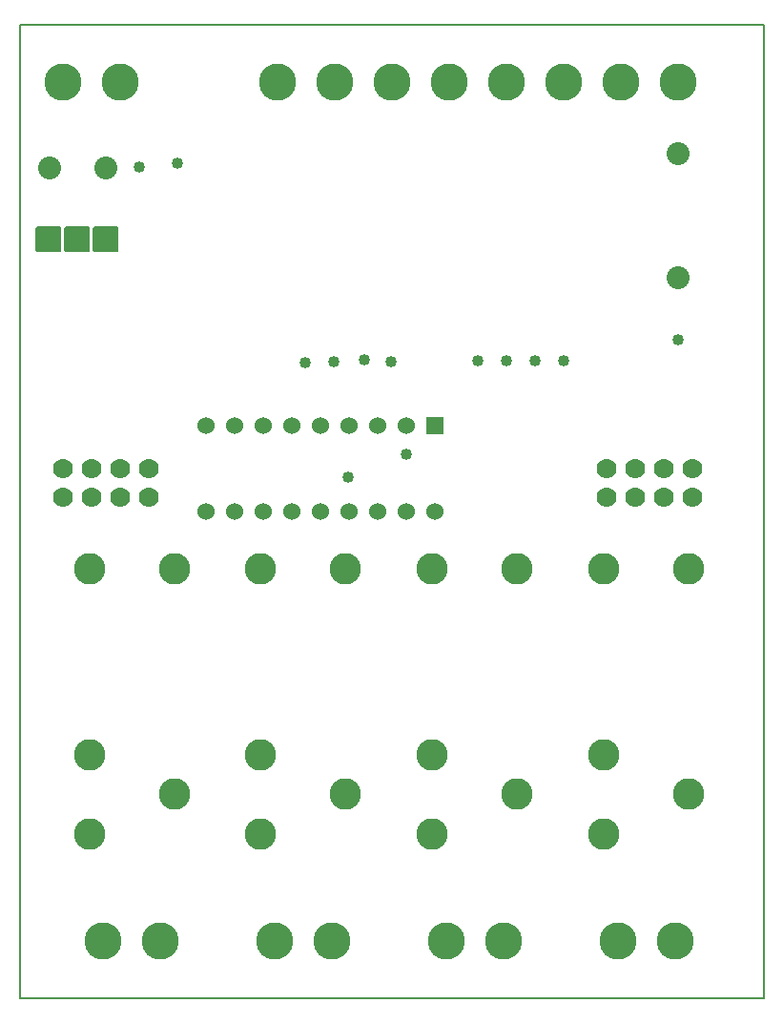
<source format=gbr>
G04 PROTEUS GERBER X2 FILE*
%TF.GenerationSoftware,Labcenter,Proteus,8.5-SP1-Build22252*%
%TF.CreationDate,2016-12-04T16:33:54+00:00*%
%TF.FileFunction,Soldermask,Bot*%
%TF.FilePolarity,Negative*%
%TF.Part,Single*%
%FSLAX45Y45*%
%MOMM*%
G01*
%TA.AperFunction,Material*%
%ADD29C,1.016000*%
%ADD72C,3.302000*%
%ADD73C,2.794000*%
%AMPPAD024*
4,1,36,
0.635000,-0.762000,
-0.635000,-0.762000,
-0.660970,-0.759470,
-0.684980,-0.752200,
-0.706580,-0.740650,
-0.725290,-0.725290,
-0.740650,-0.706570,
-0.752200,-0.684980,
-0.759470,-0.660970,
-0.762000,-0.635000,
-0.762000,0.635000,
-0.759470,0.660970,
-0.752200,0.684980,
-0.740650,0.706570,
-0.725290,0.725290,
-0.706580,0.740650,
-0.684980,0.752200,
-0.660970,0.759470,
-0.635000,0.762000,
0.635000,0.762000,
0.660970,0.759470,
0.684980,0.752200,
0.706580,0.740650,
0.725290,0.725290,
0.740650,0.706570,
0.752200,0.684980,
0.759470,0.660970,
0.762000,0.635000,
0.762000,-0.635000,
0.759470,-0.660970,
0.752200,-0.684980,
0.740650,-0.706570,
0.725290,-0.725290,
0.706580,-0.740650,
0.684980,-0.752200,
0.660970,-0.759470,
0.635000,-0.762000,
0*%
%ADD30PPAD024*%
%ADD31C,1.524000*%
%AMPPAD026*
4,1,36,
-1.016000,1.143000,
1.016000,1.143000,
1.041970,1.140470,
1.065980,1.133200,
1.087580,1.121650,
1.106290,1.106290,
1.121650,1.087570,
1.133200,1.065980,
1.140470,1.041970,
1.143000,1.016000,
1.143000,-1.016000,
1.140470,-1.041970,
1.133200,-1.065980,
1.121650,-1.087570,
1.106290,-1.106290,
1.087580,-1.121650,
1.065980,-1.133200,
1.041970,-1.140470,
1.016000,-1.143000,
-1.016000,-1.143000,
-1.041970,-1.140470,
-1.065980,-1.133200,
-1.087580,-1.121650,
-1.106290,-1.106290,
-1.121650,-1.087570,
-1.133200,-1.065980,
-1.140470,-1.041970,
-1.143000,-1.016000,
-1.143000,1.016000,
-1.140470,1.041970,
-1.133200,1.065980,
-1.121650,1.087570,
-1.106290,1.106290,
-1.087580,1.121650,
-1.065980,1.133200,
-1.041970,1.140470,
-1.016000,1.143000,
0*%
%ADD32PPAD026*%
%ADD33C,2.032000*%
%ADD39C,1.778000*%
%TA.AperFunction,Profile*%
%ADD24C,0.203200*%
D29*
X-14179852Y+11443489D03*
X-9398000Y+9906000D03*
X-13841567Y+11472157D03*
X-12710079Y+9707961D03*
X-12454568Y+9709472D03*
X-12179269Y+9730771D03*
X-11946373Y+9715706D03*
X-11176000Y+9718040D03*
X-10922000Y+9718040D03*
X-10668000Y+9718040D03*
X-10414000Y+9718040D03*
X-12327063Y+8686840D03*
X-11811000Y+8890000D03*
D72*
X-14859000Y+12192000D03*
X-14351000Y+12192000D03*
X-12954000Y+12192000D03*
X-12446000Y+12192000D03*
X-11938000Y+12192000D03*
X-11430000Y+12192000D03*
X-10922000Y+12192000D03*
X-10414000Y+12192000D03*
X-9906000Y+12192000D03*
X-9398000Y+12192000D03*
X-14502000Y+4572000D03*
X-13994000Y+4572000D03*
X-12978000Y+4572000D03*
X-12470000Y+4572000D03*
X-11454000Y+4572000D03*
X-10946000Y+4572000D03*
X-9930000Y+4572000D03*
X-9422000Y+4572000D03*
D73*
X-14617000Y+7874000D03*
X-13867000Y+7874000D03*
X-13867000Y+5874000D03*
X-14617000Y+6224000D03*
X-14617000Y+5524000D03*
X-13105000Y+7874000D03*
X-12355000Y+7874000D03*
X-12355000Y+5874000D03*
X-13105000Y+6224000D03*
X-13105000Y+5524000D03*
X-11581000Y+7874000D03*
X-10831000Y+7874000D03*
X-10831000Y+5874000D03*
X-11581000Y+6224000D03*
X-11581000Y+5524000D03*
X-10057000Y+7874000D03*
X-9307000Y+7874000D03*
X-9307000Y+5874000D03*
X-10057000Y+6224000D03*
X-10057000Y+5524000D03*
D30*
X-11557000Y+9144000D03*
D31*
X-11811000Y+9144000D03*
X-12065000Y+9144000D03*
X-12319000Y+9144000D03*
X-12573000Y+9144000D03*
X-12827000Y+9144000D03*
X-13081000Y+9144000D03*
X-13335000Y+9144000D03*
X-13589000Y+9144000D03*
X-13589000Y+8382000D03*
X-13335000Y+8382000D03*
X-13081000Y+8382000D03*
X-12827000Y+8382000D03*
X-12573000Y+8382000D03*
X-12319000Y+8382000D03*
X-12065000Y+8382000D03*
X-11811000Y+8382000D03*
X-11557000Y+8382000D03*
D32*
X-14986000Y+10795000D03*
X-14732000Y+10795000D03*
X-14478000Y+10795000D03*
D33*
X-14978000Y+11430000D03*
X-14478000Y+11430000D03*
X-9398000Y+10457000D03*
X-9398000Y+11557000D03*
D39*
X-14859000Y+8509000D03*
X-14859000Y+8763000D03*
X-14605000Y+8509000D03*
X-14605000Y+8763000D03*
X-14351000Y+8509000D03*
X-14351000Y+8763000D03*
X-14097000Y+8509000D03*
X-14097000Y+8763000D03*
X-10033000Y+8509000D03*
X-10033000Y+8763000D03*
X-9779000Y+8509000D03*
X-9779000Y+8763000D03*
X-9525000Y+8509000D03*
X-9525000Y+8763000D03*
X-9271000Y+8509000D03*
X-9271000Y+8763000D03*
D24*
X-15240000Y+4064000D02*
X-8636000Y+4064000D01*
X-8636000Y+12700000D01*
X-15240000Y+12700000D01*
X-15240000Y+4064000D01*
M02*

</source>
